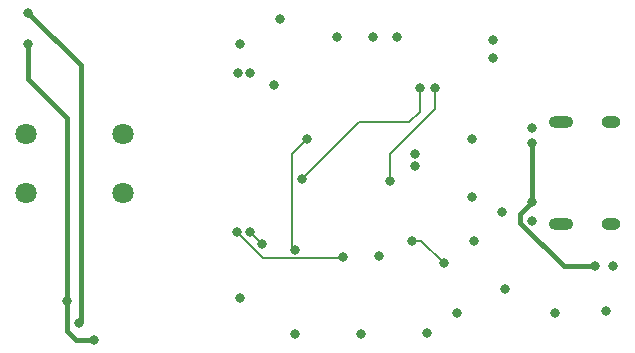
<source format=gbl>
G04 #@! TF.GenerationSoftware,KiCad,Pcbnew,6.0.2+dfsg-1*
G04 #@! TF.CreationDate,2022-10-14T13:44:05+02:00*
G04 #@! TF.ProjectId,DALI_USB,44414c49-5f55-4534-922e-6b696361645f,rev?*
G04 #@! TF.SameCoordinates,Original*
G04 #@! TF.FileFunction,Copper,L4,Bot*
G04 #@! TF.FilePolarity,Positive*
%FSLAX46Y46*%
G04 Gerber Fmt 4.6, Leading zero omitted, Abs format (unit mm)*
G04 Created by KiCad (PCBNEW 6.0.2+dfsg-1) date 2022-10-14 13:44:05*
%MOMM*%
%LPD*%
G01*
G04 APERTURE LIST*
G04 #@! TA.AperFunction,ComponentPad*
%ADD10C,1.803400*%
G04 #@! TD*
G04 #@! TA.AperFunction,ComponentPad*
%ADD11O,1.600000X1.000000*%
G04 #@! TD*
G04 #@! TA.AperFunction,ComponentPad*
%ADD12O,2.100000X1.000000*%
G04 #@! TD*
G04 #@! TA.AperFunction,ViaPad*
%ADD13C,0.800000*%
G04 #@! TD*
G04 #@! TA.AperFunction,Conductor*
%ADD14C,0.406400*%
G04 #@! TD*
G04 #@! TA.AperFunction,Conductor*
%ADD15C,0.203200*%
G04 #@! TD*
G04 APERTURE END LIST*
D10*
X106421600Y-69804403D03*
X98221601Y-69804403D03*
X106421600Y-74804403D03*
X98221601Y-74804403D03*
D11*
X147740400Y-77450400D03*
X147740400Y-68810400D03*
D12*
X143560400Y-68810400D03*
X143560400Y-77450400D03*
D13*
X134709244Y-84976355D03*
X138582400Y-76479400D03*
X147980400Y-81051400D03*
X116357400Y-62255400D03*
X136169400Y-78892400D03*
X121056400Y-86766400D03*
X131216400Y-72542400D03*
X116230400Y-64668400D03*
X119278400Y-65684400D03*
X141122400Y-77241400D03*
X136042400Y-70256400D03*
X137820400Y-61874400D03*
X136042400Y-75209400D03*
X126644400Y-86766400D03*
X132232400Y-86715600D03*
X138836400Y-82956400D03*
X124612400Y-61620400D03*
X129692400Y-61620400D03*
X128168400Y-80162400D03*
X116357400Y-83718400D03*
X147370900Y-84870193D03*
X141122400Y-69367400D03*
X131216400Y-71526400D03*
X127660400Y-61620400D03*
X117246400Y-64668400D03*
X119786400Y-60096400D03*
X137820400Y-63398400D03*
X143027400Y-84988400D03*
X141122400Y-75590400D03*
X146456400Y-81051400D03*
X141122400Y-70637400D03*
X133629400Y-80797400D03*
X130962400Y-78892400D03*
X98450400Y-59588400D03*
X102768400Y-85877400D03*
X98450400Y-62255400D03*
X104038400Y-87274400D03*
X101752400Y-83972400D03*
X131597400Y-65938400D03*
X121626054Y-73636146D03*
X129057400Y-73812400D03*
X132867400Y-65938400D03*
X117246400Y-78130400D03*
X118262400Y-79146400D03*
X121056400Y-79654400D03*
X122072400Y-70256400D03*
X125120400Y-80289400D03*
X116103400Y-78130400D03*
D14*
X141122400Y-75590400D02*
X140106400Y-76606400D01*
X143797194Y-81051400D02*
X146456400Y-81051400D01*
X141122400Y-70637400D02*
X141122400Y-75590400D01*
X140106400Y-76606400D02*
X140106400Y-77360606D01*
X140106400Y-77360606D02*
X143797194Y-81051400D01*
D15*
X131724400Y-78892400D02*
X133629400Y-80797400D01*
X130962400Y-78892400D02*
X131724400Y-78892400D01*
D14*
X98450400Y-59588400D02*
X102895400Y-64033400D01*
X102895400Y-64033400D02*
X102895400Y-85750400D01*
X102895400Y-85750400D02*
X102768400Y-85877400D01*
X102514400Y-87274400D02*
X101752400Y-86512400D01*
X101752400Y-86512400D02*
X101752400Y-83972400D01*
X98450400Y-62255400D02*
X98450400Y-65176400D01*
X101752400Y-68478400D02*
X101752400Y-83972400D01*
X104038400Y-87274400D02*
X102514400Y-87274400D01*
X98450400Y-65176400D02*
X101752400Y-68478400D01*
D15*
X131597400Y-65938400D02*
X131597400Y-67970400D01*
X131597400Y-67970400D02*
X130708400Y-68859400D01*
X130708400Y-68859400D02*
X126402800Y-68859400D01*
X126402800Y-68859400D02*
X121626054Y-73636146D01*
X132867400Y-67716400D02*
X129057400Y-71526400D01*
X132867400Y-65938400D02*
X132867400Y-67716400D01*
X129057400Y-71526400D02*
X129057400Y-73812400D01*
X117246400Y-78130400D02*
X118262400Y-79146400D01*
X120802400Y-71526400D02*
X120802400Y-79400400D01*
X122072400Y-70256400D02*
X120802400Y-71526400D01*
X120802400Y-79400400D02*
X121056400Y-79654400D01*
X125054289Y-80355511D02*
X125120400Y-80289400D01*
X118328511Y-80355511D02*
X125054289Y-80355511D01*
X116103400Y-78130400D02*
X118328511Y-80355511D01*
M02*

</source>
